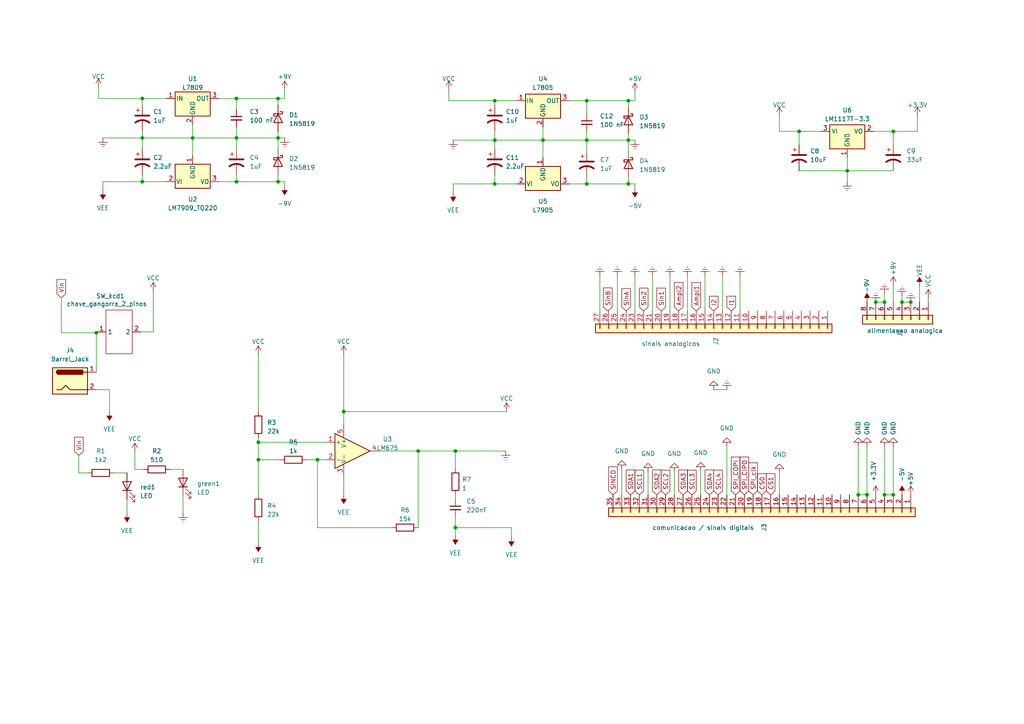
<source format=kicad_sch>
(kicad_sch (version 20230121) (generator eeschema)
  (paper "A4")
  (title_block (title "Fonte de tensao LM675") (date "2023-08-14") (rev "v05") (company "EITduino") (comment 1 "Autor: Gustavo Pinheiro") (comment 2 "Pinos AGND e DGND") (comment 3 "Barramento V04"))
  (lib_symbols
    (symbol "Amplifier_Operational:LM675" (pin_names (offset 0.127))
      (property "Reference" "U" (at 0 7.62 0))
      (property "Value" "LM675" (at 0 5.08 0))
      (symbol "LM675_1_1"
        (pin input line (at -7.62 2.54 0) (length 2.54) (name "+") (number "1"))
        (pin input line (at -7.62 -2.54 0) (length 2.54) (name "-") (number "2"))
        (pin power_in line (at -2.54 -7.62 90) (length 3.81) (name "V-") (number "3"))
        (pin output line (at 7.62 0 180) (length 2.54) (name "~") (number "4"))
        (pin power_in line (at -2.54 7.62 270) (length 3.81) (name "V+") (number "5"))
      )
    )
    (symbol "Connector:Barrel_Jack" (pin_names (offset 1.016))
      (property "Reference" "J" (at 0 5.334 0))
      (property "Value" "Barrel_Jack" (at 0 -5.08 0))
      (symbol "Barrel_Jack_1_1"
        (pin passive line (at 7.62 2.54 180) (length 2.54) (name "~") (number "1"))
        (pin passive line (at 7.62 -2.54 180) (length 2.54) (name "~") (number "2"))
      )
    )
    (symbol "Connector_Generic:Conn_01x08" (pin_names (offset 1.016) hide)
      (property "Reference" "J" (at 0 10.16 0))
      (property "Value" "Conn_01x08" (at 0 -12.7 0))
      (symbol "Conn_01x08_1_1"
        (pin passive line (at -5.08 7.62 0) (length 3.81) (name "Pin_1") (number "1"))
        (pin passive line (at -5.08 5.08 0) (length 3.81) (name "Pin_2") (number "2"))
        (pin passive line (at -5.08 2.54 0) (length 3.81) (name "Pin_3") (number "3"))
        (pin passive line (at -5.08 0 0) (length 3.81) (name "Pin_4") (number "4"))
        (pin passive line (at -5.08 -2.54 0) (length 3.81) (name "Pin_5") (number "5"))
        (pin passive line (at -5.08 -5.08 0) (length 3.81) (name "Pin_6") (number "6"))
        (pin passive line (at -5.08 -7.62 0) (length 3.81) (name "Pin_7") (number "7"))
        (pin passive line (at -5.08 -10.16 0) (length 3.81) (name "Pin_8") (number "8"))
      )
    )
    (symbol "Connector_Generic:Conn_01x27" (pin_names (offset 1.016) hide)
      (property "Reference" "J" (at 0 35.56 0))
      (property "Value" "Conn_01x27" (at 0 -35.56 0))
      (symbol "Conn_01x27_1_1"
        (pin passive line (at -5.08 33.02 0) (length 3.81) (name "Pin_1") (number "1"))
        (pin passive line (at -5.08 10.16 0) (length 3.81) (name "Pin_10") (number "10"))
        (pin passive line (at -5.08 7.62 0) (length 3.81) (name "Pin_11") (number "11"))
        (pin passive line (at -5.08 5.08 0) (length 3.81) (name "Pin_12") (number "12"))
        (pin passive line (at -5.08 2.54 0) (length 3.81) (name "Pin_13") (number "13"))
        (pin passive line (at -5.08 0 0) (length 3.81) (name "Pin_14") (number "14"))
        (pin passive line (at -5.08 -2.54 0) (length 3.81) (name "Pin_15") (number "15"))
        (pin passive line (at -5.08 -5.08 0) (length 3.81) (name "Pin_16") (number "16"))
        (pin passive line (at -5.08 -7.62 0) (length 3.81) (name "Pin_17") (number "17"))
        (pin passive line (at -5.08 -10.16 0) (length 3.81) (name "Pin_18") (number "18"))
        (pin passive line (at -5.08 -12.7 0) (length 3.81) (name "Pin_19") (number "19"))
        (pin passive line (at -5.08 30.48 0) (length 3.81) (name "Pin_2") (number "2"))
        (pin passive line (at -5.08 -15.24 0) (length 3.81) (name "Pin_20") (number "20"))
        (pin passive line (at -5.08 -17.78 0) (length 3.81) (name "Pin_21") (number "21"))
        (pin passive line (at -5.08 -20.32 0) (length 3.81) (name "Pin_22") (number "22"))
        (pin passive line (at -5.08 -22.86 0) (length 3.81) (name "Pin_23") (number "23"))
        (pin passive line (at -5.08 -25.4 0) (length 3.81) (name "Pin_24") (number "24"))
        (pin passive line (at -5.08 -27.94 0) (length 3.81) (name "Pin_25") (number "25"))
        (pin passive line (at -5.08 -30.48 0) (length 3.81) (name "Pin_26") (number "26"))
        (pin passive line (at -5.08 -33.02 0) (length 3.81) (name "Pin_27") (number "27"))
        (pin passive line (at -5.08 27.94 0) (length 3.81) (name "Pin_3") (number "3"))
        (pin passive line (at -5.08 25.4 0) (length 3.81) (name "Pin_4") (number "4"))
        (pin passive line (at -5.08 22.86 0) (length 3.81) (name "Pin_5") (number "5"))
        (pin passive line (at -5.08 20.32 0) (length 3.81) (name "Pin_6") (number "6"))
        (pin passive line (at -5.08 17.78 0) (length 3.81) (name "Pin_7") (number "7"))
        (pin passive line (at -5.08 15.24 0) (length 3.81) (name "Pin_8") (number "8"))
        (pin passive line (at -5.08 12.7 0) (length 3.81) (name "Pin_9") (number "9"))
      )
    )
    (symbol "Connector_Generic:Conn_01x35" (pin_names (offset 1.016) hide)
      (property "Reference" "J" (at 0 45.72 0))
      (property "Value" "Conn_01x35" (at 0 -45.72 0))
      (symbol "Conn_01x35_1_1"
        (pin passive line (at -5.08 43.18 0) (length 3.81) (name "Pin_1") (number "1"))
        (pin passive line (at -5.08 20.32 0) (length 3.81) (name "Pin_10") (number "10"))
        (pin passive line (at -5.08 17.78 0) (length 3.81) (name "Pin_11") (number "11"))
        (pin passive line (at -5.08 15.24 0) (length 3.81) (name "Pin_12") (number "12"))
        (pin passive line (at -5.08 12.7 0) (length 3.81) (name "Pin_13") (number "13"))
        (pin passive line (at -5.08 10.16 0) (length 3.81) (name "Pin_14") (number "14"))
        (pin passive line (at -5.08 7.62 0) (length 3.81) (name "Pin_15") (number "15"))
        (pin passive line (at -5.08 5.08 0) (length 3.81) (name "Pin_16") (number "16"))
        (pin passive line (at -5.08 2.54 0) (length 3.81) (name "Pin_17") (number "17"))
        (pin passive line (at -5.08 0 0) (length 3.81) (name "Pin_18") (number "18"))
        (pin passive line (at -5.08 -2.54 0) (length 3.81) (name "Pin_19") (number "19"))
        (pin passive line (at -5.08 40.64 0) (length 3.81) (name "Pin_2") (number "2"))
        (pin passive line (at -5.08 -5.08 0) (length 3.81) (name "Pin_20") (number "20"))
        (pin passive line (at -5.08 -7.62 0) (length 3.81) (name "Pin_21") (number "21"))
        (pin passive line (at -5.08 -10.16 0) (length 3.81) (name "Pin_22") (number "22"))
        (pin passive line (at -5.08 -12.7 0) (length 3.81) (name "Pin_23") (number "23"))
        (pin passive line (at -5.08 -15.24 0) (length 3.81) (name "Pin_24") (number "24"))
        (pin passive line (at -5.08 -17.78 0) (length 3.81) (name "Pin_25") (number "25"))
        (pin passive line (at -5.08 -20.32 0) (length 3.81) (name "Pin_26") (number "26"))
        (pin passive line (at -5.08 -22.86 0) (length 3.81) (name "Pin_27") (number "27"))
        (pin passive line (at -5.08 -25.4 0) (length 3.81) (name "Pin_28") (number "28"))
        (pin passive line (at -5.08 -27.94 0) (length 3.81) (name "Pin_29") (number "29"))
        (pin passive line (at -5.08 38.1 0) (length 3.81) (name "Pin_3") (number "3"))
        (pin passive line (at -5.08 -30.48 0) (length 3.81) (name "Pin_30") (number "30"))
        (pin passive line (at -5.08 -33.02 0) (length 3.81) (name "Pin_31") (number "31"))
        (pin passive line (at -5.08 -35.56 0) (length 3.81) (name "Pin_32") (number "32"))
        (pin passive line (at -5.08 -38.1 0) (length 3.81) (name "Pin_33") (number "33"))
        (pin passive line (at -5.08 -40.64 0) (length 3.81) (name "Pin_34") (number "34"))
        (pin passive line (at -5.08 -43.18 0) (length 3.81) (name "Pin_35") (number "35"))
        (pin passive line (at -5.08 35.56 0) (length 3.81) (name "Pin_4") (number "4"))
        (pin passive line (at -5.08 33.02 0) (length 3.81) (name "Pin_5") (number "5"))
        (pin passive line (at -5.08 30.48 0) (length 3.81) (name "Pin_6") (number "6"))
        (pin passive line (at -5.08 27.94 0) (length 3.81) (name "Pin_7") (number "7"))
        (pin passive line (at -5.08 25.4 0) (length 3.81) (name "Pin_8") (number "8"))
        (pin passive line (at -5.08 22.86 0) (length 3.81) (name "Pin_9") (number "9"))
      )
    )
    (symbol "Device:C_Polarized_US" (pin_numbers hide) (pin_names (offset 0.254) hide)
      (property "Reference" "C" (at 0.635 2.54 0))
      (property "Value" "C_Polarized_US" (at 0.635 -2.54 0))
      (symbol "C_Polarized_US_1_1"
        (pin passive line (at 0 3.81 270) (length 2.794) (name "~") (number "1"))
        (pin passive line (at 0 -3.81 90) (length 3.302) (name "~") (number "2"))
      )
    )
    (symbol "Device:C_Small" (pin_numbers hide) (pin_names (offset 0.254) hide)
      (property "Reference" "C" (at 0.254 1.778 0))
      (property "Value" "C_Small" (at 0.254 -2.032 0))
      (symbol "C_Small_1_1"
        (pin passive line (at 0 2.54 270) (length 2.032) (name "~") (number "1"))
        (pin passive line (at 0 -2.54 90) (length 2.032) (name "~") (number "2"))
      )
    )
    (symbol "Device:LED" (pin_numbers hide) (pin_names (offset 1.016) hide)
      (property "Reference" "D" (at 0 2.54 0))
      (property "Value" "LED" (at 0 -2.54 0))
      (symbol "LED_1_1"
        (pin passive line (at -3.81 0 0) (length 2.54) (name "K") (number "1"))
        (pin passive line (at 3.81 0 180) (length 2.54) (name "A") (number "2"))
      )
    )
    (symbol "Device:R" (pin_numbers hide) (pin_names (offset 0))
      (property "Reference" "R" (at 2.032 0 90))
      (property "Value" "R" (at 0 0 90))
      (symbol "R_1_1"
        (pin passive line (at 0 3.81 270) (length 1.27) (name "~") (number "1"))
        (pin passive line (at 0 -3.81 90) (length 1.27) (name "~") (number "2"))
      )
    )
    (symbol "Diode:1N5819" (pin_numbers hide) (pin_names (offset 1.016) hide)
      (property "Reference" "D" (at 0 2.54 0))
      (property "Value" "1N5819" (at 0 -2.54 0))
      (symbol "1N5819_1_1"
        (pin passive line (at -3.81 0 0) (length 2.54) (name "K") (number "1"))
        (pin passive line (at 3.81 0 180) (length 2.54) (name "A") (number "2"))
      )
    )
    (symbol "Regulator_Linear:L7805" (pin_names (offset 0.254))
      (property "Reference" "U" (at -3.81 3.175 0))
      (property "Value" "L7805" (at 0 3.175 0))
      (symbol "L7805_1_1"
        (pin power_in line (at -7.62 0 0) (length 2.54) (name "IN") (number "1"))
        (pin power_in line (at 0 -7.62 90) (length 2.54) (name "GND") (number "2"))
        (pin power_out line (at 7.62 0 180) (length 2.54) (name "OUT") (number "3"))
      )
    )
    (symbol "Regulator_Linear:L7809" (pin_names (offset 0.254))
      (property "Reference" "U" (at -3.81 3.175 0))
      (property "Value" "L7809" (at 0 3.175 0))
      (symbol "L7809_1_1"
        (pin power_in line (at -7.62 0 0) (length 2.54) (name "IN") (number "1"))
        (pin power_in line (at 0 -7.62 90) (length 2.54) (name "GND") (number "2"))
        (pin power_out line (at 7.62 0 180) (length 2.54) (name "OUT") (number "3"))
      )
    )
    (symbol "Regulator_Linear:L7905" (pin_names (offset 0.254))
      (property "Reference" "U" (at -3.81 -3.175 0))
      (property "Value" "L7905" (at 0 -3.175 0))
      (symbol "L7905_1_1"
        (pin power_in line (at 0 7.62 270) (length 2.54) (name "GND") (number "1"))
        (pin power_in line (at -7.62 0 0) (length 2.54) (name "VI") (number "2"))
        (pin power_out line (at 7.62 0 180) (length 2.54) (name "VO") (number "3"))
      )
    )
    (symbol "Regulator_Linear:LM1117T-3.3"
      (property "Reference" "U" (at -3.81 3.175 0))
      (property "Value" "LM1117T-3.3" (at 0 3.175 0))
      (symbol "LM1117T-3.3_1_1"
        (pin power_in line (at 0 -7.62 90) (length 2.54) (name "GND") (number "1"))
        (pin power_out line (at 7.62 0 180) (length 2.54) (name "VO") (number "2"))
        (pin power_in line (at -7.62 0 0) (length 2.54) (name "VI") (number "3"))
      )
    )
    (symbol "Regulator_Linear:LM7909_TO220" (pin_names (offset 0.254))
      (property "Reference" "U" (at -3.81 -3.175 0))
      (property "Value" "LM7909_TO220" (at 0 -3.175 0))
      (symbol "LM7909_TO220_1_1"
        (pin power_in line (at 0 7.62 270) (length 2.54) (name "GND") (number "1"))
        (pin power_in line (at -7.62 0 0) (length 2.54) (name "VI") (number "2"))
        (pin power_out line (at 7.62 0 180) (length 2.54) (name "VO") (number "3"))
      )
    )
    (symbol "VCC_1" (power) (pin_names (offset 0))
      (property "Value" "VCC_1" (at 0 3.81 0))
      (symbol "VCC_1_1_1"
        (pin power_in line (at 0 0 90) (length 0) hide (name "VCC") (number "1"))
      )
    )
    (symbol "chave_gangorra_kcd1_2pinos:chave_gangorra_2_pinos"
      (property "Reference" "SW_kcd" (at 0 2.54 0))
      (property "Value" "chave_gangorra_2_pinos" (at 0 1.27 0))
      (symbol "chave_gangorra_2_pinos_1_1"
        (pin input line (at 0 -3.81 90) (length 2.54) (name "1") (number "1"))
        (pin input line (at 0 8.89 270) (length 2.54) (name "2") (number "2"))
      )
    )
    (symbol "power:+3.3V" (power) (pin_names (offset 0))
      (property "Value" "+3.3V" (at 0 3.556 0))
      (symbol "+3.3V_1_1"
        (pin power_in line (at 0 0 90) (length 0) hide (name "+3.3V") (number "1"))
      )
    )
    (symbol "power:+5V" (power) (pin_names (offset 0))
      (property "Value" "+5V" (at 0 3.556 0))
      (symbol "+5V_1_1"
        (pin power_in line (at 0 0 90) (length 0) hide (name "+5V") (number "1"))
      )
    )
    (symbol "power:+9V" (power) (pin_names (offset 0))
      (property "Value" "+9V" (at 0 3.556 0))
      (symbol "+9V_1_1"
        (pin power_in line (at 0 0 90) (length 0) hide (name "+9V") (number "1"))
      )
    )
    (symbol "power:-5V" (power) (pin_names (offset 0))
      (property "Value" "-5V" (at 0 3.81 0))
      (symbol "-5V_0_0"
        (pin power_in line (at 0 0 90) (length 0) hide (name "-5V") (number "1"))
      )
    )
    (symbol "power:-9V" (power) (pin_names (offset 0))
      (property "Value" "-9V" (at 0 3.81 0))
      (symbol "-9V_1_1"
        (pin power_in line (at 0 0 90) (length 0) hide (name "-9V") (number "1"))
      )
    )
    (symbol "power:Earth" (power) (pin_names (offset 0))
      (symbol "Earth_1_1"
        (pin power_in line (at 0 0 270) (length 0) hide (name "Earth") (number "1"))
      )
    )
    (symbol "power:GND" (power) (pin_names (offset 0))
      (property "Value" "GND" (at 0 -3.81 0))
      (symbol "GND_1_1"
        (pin power_in line (at 0 0 270) (length 0) hide (name "GND") (number "1"))
      )
    )
    (symbol "power:VCC" (power) (pin_names (offset 0))
      (property "Value" "VCC" (at 0 3.81 0))
      (symbol "VCC_1_1"
        (pin power_in line (at 0 0 90) (length 0) hide (name "VCC") (number "1"))
      )
    )
    (symbol "power:VEE" (power) (pin_names (offset 0))
      (property "Value" "VEE" (at 0 3.81 0))
      (symbol "VEE_1_1"
        (pin power_in line (at 0 0 90) (length 0) hide (name "VEE") (number "1"))
      )
    )
  )
  (junction (at 182.245 40.64))
  (junction (at 55.88 40.005))
  (junction (at 157.48 40.64))
  (junction (at 256.54 87.63))
  (junction (at 254 87.63))
  (junction (at 182.245 53.34))
  (junction (at 68.58 40.005))
  (junction (at 170.18 53.34))
  (junction (at 92.075 133.35))
  (junction (at 80.645 52.705))
  (junction (at 245.745 49.53))
  (junction (at 231.775 38.1))
  (junction (at 68.58 52.705))
  (junction (at 264.16 87.63))
  (junction (at 132.08 153.035))
  (junction (at 41.275 28.575))
  (junction (at 27.94 96.52))
  (junction (at 248.92 143.51))
  (junction (at 80.645 40.005))
  (junction (at 132.08 130.81))
  (junction (at 170.18 40.64))
  (junction (at 143.51 29.21))
  (junction (at 256.54 143.51))
  (junction (at 259.08 143.51))
  (junction (at 80.645 28.575))
  (junction (at 170.18 29.21))
  (junction (at 143.51 53.34))
  (junction (at 74.93 133.35))
  (junction (at 143.51 40.64))
  (junction (at 259.08 38.1))
  (junction (at 74.93 128.27))
  (junction (at 41.275 40.005))
  (junction (at 121.285 130.81))
  (junction (at 251.46 143.51))
  (junction (at 41.275 52.705))
  (junction (at 182.245 29.21))
  (junction (at 261.62 87.63))
  (junction (at 68.58 28.575))
  (junction (at 99.695 119.38))
  (wire (pts (xy 55.88 40.005) (xy 68.58 40.005)))
  (wire (pts (xy 254 87.63) (xy 256.54 87.63)))
  (wire (pts (xy 173.99 80.01) (xy 173.99 90.17)))
  (wire (pts (xy 253.365 38.1) (xy 259.08 38.1)))
  (wire (pts (xy 68.58 28.575) (xy 68.58 31.75)))
  (wire (pts (xy 27.94 96.52) (xy 27.94 96.266)))
  (wire (pts (xy 143.51 29.21) (xy 149.86 29.21)))
  (wire (pts (xy 27.94 113.03) (xy 31.75 113.03)))
  (wire (pts (xy 74.93 128.27) (xy 74.93 133.35)))
  (wire (pts (xy 207.01 113.03) (xy 210.82 113.03)))
  (wire (pts (xy 131.445 40.64) (xy 143.51 40.64)))
  (wire (pts (xy 41.275 40.005) (xy 41.275 43.18)))
  (wire (pts (xy 29.845 40.005) (xy 41.275 40.005)))
  (wire (pts (xy 82.55 52.705) (xy 82.55 53.975)))
  (wire (pts (xy 182.245 51.435) (xy 182.245 53.34)))
  (wire (pts (xy 259.08 82.804) (xy 259.08 87.63)))
  (wire (pts (xy 99.695 119.38) (xy 99.695 123.19)))
  (wire (pts (xy 184.15 80.01) (xy 184.15 90.17)))
  (wire (pts (xy 170.18 29.21) (xy 182.245 29.21)))
  (wire (pts (xy 248.92 129.54) (xy 248.92 143.51)))
  (wire (pts (xy 99.695 119.38) (xy 146.939 119.38)))
  (wire (pts (xy 157.48 36.83) (xy 157.48 40.64)))
  (wire (pts (xy 182.245 53.34) (xy 184.15 53.34)))
  (wire (pts (xy 130.175 29.21) (xy 143.51 29.21)))
  (wire (pts (xy 157.48 40.64) (xy 157.48 45.72)))
  (wire (pts (xy 187.96 136.906) (xy 187.96 143.51)))
  (wire (pts (xy 157.48 40.64) (xy 170.18 40.64)))
  (wire (pts (xy 165.1 53.34) (xy 170.18 53.34)))
  (wire (pts (xy 63.5 52.705) (xy 68.58 52.705)))
  (wire (pts (xy 29.845 55.245) (xy 29.845 52.705)))
  (wire (pts (xy 55.88 40.005) (xy 55.88 45.085)))
  (wire (pts (xy 80.645 52.705) (xy 82.55 52.705)))
  (wire (pts (xy 251.46 129.54) (xy 251.46 143.51)))
  (wire (pts (xy 261.6183 86.95) (xy 261.62 86.95)))
  (wire (pts (xy 143.51 53.34) (xy 149.86 53.34)))
  (wire (pts (xy 179.07 80.01) (xy 179.07 90.17)))
  (wire (pts (xy 209.55 80.01) (xy 209.55 90.17)))
  (wire (pts (xy 170.18 38.1) (xy 170.18 40.64)))
  (wire (pts (xy 92.075 153.035) (xy 92.075 133.35)))
  (wire (pts (xy 22.86 132.08) (xy 22.86 137.16)))
  (wire (pts (xy 80.645 38.1) (xy 80.645 40.005)))
  (wire (pts (xy 170.18 53.34) (xy 170.18 51.435)))
  (wire (pts (xy 44.45 84.455) (xy 44.45 96.266)))
  (wire (pts (xy 261.6183 85.7386) (xy 261.6183 86.95)))
  (wire (pts (xy 80.645 40.005) (xy 80.645 43.18)))
  (wire (pts (xy 17.78 86.36) (xy 17.78 96.52)))
  (wire (pts (xy 259.08 38.1) (xy 259.08 41.91)))
  (wire (pts (xy 148.336 155.829) (xy 148.336 153.035)))
  (wire (pts (xy 41.275 38.1) (xy 41.275 40.005)))
  (wire (pts (xy 27.94 96.266) (xy 28.194 96.266)))
  (wire (pts (xy 132.08 149.86) (xy 132.08 153.035)))
  (wire (pts (xy 256.54 85.09) (xy 256.54 87.63)))
  (wire (pts (xy 27.94 96.52) (xy 27.94 107.95)))
  (wire (pts (xy 28.575 28.575) (xy 41.275 28.575)))
  (wire (pts (xy 55.88 36.195) (xy 55.88 40.005)))
  (wire (pts (xy 82.55 26.035) (xy 82.55 28.575)))
  (wire (pts (xy 170.18 40.64) (xy 170.18 43.815)))
  (wire (pts (xy 68.58 40.005) (xy 80.645 40.005)))
  (wire (pts (xy 74.93 128.27) (xy 94.615 128.27)))
  (wire (pts (xy 226.06 137.16) (xy 226.06 143.51)))
  (wire (pts (xy 121.285 130.81) (xy 132.08 130.81)))
  (wire (pts (xy 132.08 153.035) (xy 132.08 155.321)))
  (wire (pts (xy 214.63 80.01) (xy 214.63 90.17)))
  (wire (pts (xy 182.245 40.64) (xy 182.245 43.815)))
  (wire (pts (xy 266.7002 82.9469) (xy 266.7002 87.63)))
  (wire (pts (xy 39.116 131.064) (xy 39.116 136.144)))
  (wire (pts (xy 53.086 143.764) (xy 53.086 148.844)))
  (wire (pts (xy 132.08 130.81) (xy 146.685 130.81)))
  (wire (pts (xy 99.695 102.87) (xy 99.695 119.38)))
  (wire (pts (xy 266.7002 87.63) (xy 266.7 87.63)))
  (wire (pts (xy 256.54 143.51) (xy 259.08 143.51)))
  (wire (pts (xy 261.62 86.95) (xy 261.62 87.63)))
  (wire (pts (xy 80.645 28.575) (xy 82.55 28.575)))
  (wire (pts (xy 74.93 133.35) (xy 81.28 133.35)))
  (wire (pts (xy 194.31 80.01) (xy 194.31 90.17)))
  (wire (pts (xy 182.245 29.21) (xy 184.15 29.21)))
  (wire (pts (xy 132.08 143.51) (xy 132.08 144.78)))
  (wire (pts (xy 80.645 28.575) (xy 80.645 30.48)))
  (wire (pts (xy 68.58 52.705) (xy 68.58 50.8)))
  (wire (pts (xy 131.445 55.88) (xy 131.445 53.34)))
  (wire (pts (xy 74.93 151.13) (xy 74.93 157.48)))
  (wire (pts (xy 41.275 28.575) (xy 48.26 28.575)))
  (wire (pts (xy 231.775 41.91) (xy 231.775 38.1)))
  (wire (pts (xy 132.08 130.81) (xy 132.08 135.89)))
  (wire (pts (xy 184.15 26.67) (xy 184.15 29.21)))
  (wire (pts (xy 39.116 136.144) (xy 41.656 136.144)))
  (wire (pts (xy 170.18 40.64) (xy 182.245 40.64)))
  (wire (pts (xy 256.54 129.54) (xy 256.54 143.51)))
  (wire (pts (xy 195.58 136.906) (xy 195.58 143.51)))
  (wire (pts (xy 68.58 40.005) (xy 68.58 43.18)))
  (wire (pts (xy 226.06 38.1) (xy 231.775 38.1)))
  (wire (pts (xy 148.336 153.035) (xy 132.08 153.035)))
  (wire (pts (xy 36.83 144.78) (xy 36.83 148.844)))
  (wire (pts (xy 226.06 33.655) (xy 226.06 38.1)))
  (wire (pts (xy 29.845 52.705) (xy 41.275 52.705)))
  (wire (pts (xy 269.2412 86.523) (xy 269.2412 87.63)))
  (wire (pts (xy 68.58 28.575) (xy 80.645 28.575)))
  (wire (pts (xy 80.645 50.8) (xy 80.645 52.705)))
  (wire (pts (xy 259.08 129.54) (xy 259.08 143.51)))
  (wire (pts (xy 109.855 130.81) (xy 121.285 130.81)))
  (wire (pts (xy 269.24 87.63) (xy 269.2412 87.63)))
  (wire (pts (xy 143.51 40.64) (xy 143.51 43.18)))
  (wire (pts (xy 113.665 153.035) (xy 92.075 153.035)))
  (wire (pts (xy 68.58 52.705) (xy 80.645 52.705)))
  (wire (pts (xy 99.695 143.51) (xy 99.695 138.43)))
  (wire (pts (xy 245.745 45.72) (xy 245.745 49.53)))
  (wire (pts (xy 248.92 143.51) (xy 251.46 143.51)))
  (wire (pts (xy 176.53 90.17) (xy 176.276 90.17)))
  (wire (pts (xy 245.745 49.53) (xy 259.08 49.53)))
  (wire (pts (xy 40.894 96.266) (xy 44.45 96.266)))
  (wire (pts (xy 170.18 53.34) (xy 182.245 53.34)))
  (wire (pts (xy 80.645 40.005) (xy 82.55 40.005)))
  (wire (pts (xy 143.51 40.64) (xy 157.48 40.64)))
  (wire (pts (xy 74.93 133.35) (xy 74.93 143.51)))
  (wire (pts (xy 182.245 38.735) (xy 182.245 40.64)))
  (wire (pts (xy 182.245 29.21) (xy 182.245 31.115)))
  (wire (pts (xy 266.065 33.655) (xy 266.065 38.1)))
  (wire (pts (xy 92.075 133.35) (xy 94.615 133.35)))
  (wire (pts (xy 165.1 29.21) (xy 170.18 29.21)))
  (wire (pts (xy 182.245 40.64) (xy 184.15 40.64)))
  (wire (pts (xy 41.275 40.005) (xy 55.88 40.005)))
  (wire (pts (xy 143.51 38.1) (xy 143.51 40.64)))
  (wire (pts (xy 68.58 36.83) (xy 68.58 40.005)))
  (wire (pts (xy 231.775 38.1) (xy 238.125 38.1)))
  (wire (pts (xy 121.285 130.81) (xy 121.285 153.035)))
  (wire (pts (xy 41.275 30.48) (xy 41.275 28.575)))
  (wire (pts (xy 143.51 29.21) (xy 143.51 30.48)))
  (wire (pts (xy 266.065 38.1) (xy 259.08 38.1)))
  (wire (pts (xy 88.9 133.35) (xy 92.075 133.35)))
  (wire (pts (xy 184.15 53.34) (xy 184.15 54.61)))
  (wire (pts (xy 31.75 113.03) (xy 31.75 119.38)))
  (wire (pts (xy 63.5 28.575) (xy 68.58 28.575)))
  (wire (pts (xy 41.275 50.8) (xy 41.275 52.705)))
  (wire (pts (xy 41.275 52.705) (xy 48.26 52.705)))
  (wire (pts (xy 33.02 137.16) (xy 36.83 137.16)))
  (wire (pts (xy 131.445 53.34) (xy 143.51 53.34)))
  (wire (pts (xy 143.51 50.8) (xy 143.51 53.34)))
  (wire (pts (xy 245.745 49.53) (xy 245.745 52.705)))
  (wire (pts (xy 261.62 87.63) (xy 264.16 87.63)))
  (wire (pts (xy 180.34 136.144) (xy 180.34 143.51)))
  (wire (pts (xy 170.18 29.21) (xy 170.18 33.02)))
  (wire (pts (xy 231.775 49.53) (xy 245.745 49.53)))
  (wire (pts (xy 74.93 102.87) (xy 74.93 119.38)))
  (wire (pts (xy 28.575 25.4) (xy 28.575 28.575)))
  (wire (pts (xy 199.39 80.01) (xy 199.39 90.17)))
  (wire (pts (xy 203.2 136.652) (xy 203.2 143.51)))
  (wire (pts (xy 130.175 26.035) (xy 130.175 29.21)))
  (wire (pts (xy 189.23 80.01) (xy 189.23 90.17)))
  (wire (pts (xy 17.78 96.52) (xy 27.94 96.52)))
  (wire (pts (xy 49.276 136.144) (xy 53.086 136.144)))
  (wire (pts (xy 22.86 137.16) (xy 25.4 137.16)))
  (wire (pts (xy 210.82 129.54) (xy 210.82 143.51)))
  (wire (pts (xy 204.47 80.01) (xy 204.47 90.17)))
  (wire (pts (xy 74.93 127) (xy 74.93 128.27)))
  (global_label "Vin" (shape input) (at 17.78 86.36 90) (property "Intersheetrefs" "${INTERSHEET_REFS}" (effects hide)))
  (global_label "SPI_clk" (shape input) (at 218.44 143.51 90) (property "Intersheetrefs" "${INTERSHEET_REFS}" (effects hide)))
  (global_label "I1" (shape input) (at 212.09 90.17 90) (property "Intersheetrefs" "${INTERSHEET_REFS}" (effects hide)))
  (global_label "Vin" (shape input) (at 22.86 132.08 90) (property "Intersheetrefs" "${INTERSHEET_REFS}" (effects hide)))
  (global_label "SDA3" (shape input) (at 198.12 143.51 90) (property "Intersheetrefs" "${INTERSHEET_REFS}" (effects hide)))
  (global_label "CS1" (shape input) (at 223.52 143.51 90) (property "Intersheetrefs" "${INTERSHEET_REFS}" (effects hide)))
  (global_label "SDA2" (shape input) (at 190.5 143.51 90) (property "Intersheetrefs" "${INTERSHEET_REFS}" (effects hide)))
  (global_label "Ampl1" (shape input) (at 201.93 90.17 90) (property "Intersheetrefs" "${INTERSHEET_REFS}" (effects hide)))
  (global_label "SDA1" (shape input) (at 182.88 143.51 90) (property "Intersheetrefs" "${INTERSHEET_REFS}" (effects hide)))
  (global_label "Ampl2" (shape input) (at 196.85 90.17 90) (property "Intersheetrefs" "${INTERSHEET_REFS}" (effects hide)))
  (global_label "SCL2" (shape input) (at 193.04 143.51 90) (property "Intersheetrefs" "${INTERSHEET_REFS}" (effects hide)))
  (global_label "SCL3" (shape input) (at 200.66 143.51 90) (property "Intersheetrefs" "${INTERSHEET_REFS}" (effects hide)))
  (global_label "Sin2" (shape input) (at 186.69 90.17 90) (property "Intersheetrefs" "${INTERSHEET_REFS}" (effects hide)))
  (global_label "SCL4" (shape input) (at 208.28 143.51 90) (property "Intersheetrefs" "${INTERSHEET_REFS}" (effects hide)))
  (global_label "SPI_CIPO" (shape input) (at 215.9 143.51 90) (property "Intersheetrefs" "${INTERSHEET_REFS}" (effects hide)))
  (global_label "SinA" (shape input) (at 181.61 90.17 90) (property "Intersheetrefs" "${INTERSHEET_REFS}" (effects hide)))
  (global_label "SINCD" (shape input) (at 177.8 143.51 90) (property "Intersheetrefs" "${INTERSHEET_REFS}" (effects hide)))
  (global_label "I2" (shape input) (at 207.01 90.17 90) (property "Intersheetrefs" "${INTERSHEET_REFS}" (effects hide)))
  (global_label "CS0" (shape input) (at 220.98 143.51 90) (property "Intersheetrefs" "${INTERSHEET_REFS}" (effects hide)))
  (global_label "SinB" (shape input) (at 176.276 90.17 90) (property "Intersheetrefs" "${INTERSHEET_REFS}" (effects hide)))
  (global_label "Sin1" (shape input) (at 191.77 90.17 90) (property "Intersheetrefs" "${INTERSHEET_REFS}" (effects hide)))
  (global_label "SCL1" (shape input) (at 185.42 143.51 90) (property "Intersheetrefs" "${INTERSHEET_REFS}" (effects hide)))
  (global_label "SPI_COPI" (shape input) (at 213.36 143.51 90) (property "Intersheetrefs" "${INTERSHEET_REFS}" (effects hide)))
  (global_label "SDA4" (shape input) (at 205.74 143.51 90) (property "Intersheetrefs" "${INTERSHEET_REFS}" (effects hide)))
  (symbol (lib_id "Device:R") (at 85.09 133.35 90) (unit 1)
    (property "Reference" "R5" (at 85.09 128.27 90))
    (property "Value" "1k" (at 85.09 130.81 90))
    (property "Footprint" "Resistor_THT:R_Axial_DIN0207_L6.3mm_D2.5mm_P7.62mm_Horizontal" (effects hide))
  )
  (symbol (lib_id "power:-5V") (at 184.15 54.61 180) (unit 1)
    (property "Reference" "#PWR048" (effects hide))
    (property "Value" "-5V" (at 184.15 59.69 0))
  )
  (symbol (lib_id "Device:C_Polarized_US") (at 41.275 46.99 0) (unit 1)
    (property "Reference" "C2" (at 44.45 45.72 0) (effects (justify left)))
    (property "Value" "2.2uF" (at 44.45 48.26 0) (effects (justify left)))
    (property "Footprint" "Capacitor_THT:CP_Radial_Tantal_D4.5mm_P2.50mm" (effects hide))
  )
  (symbol (lib_id "power:VEE") (at 99.695 143.51 180) (unit 1)
    (property "Reference" "#PWR038" (effects hide))
    (property "Value" "VEE" (at 99.695 148.59 0))
  )
  (symbol (lib_id "Device:C_Polarized_US") (at 143.51 46.99 0) (unit 1)
    (property "Reference" "C11" (at 146.685 45.72 0) (effects (justify left)))
    (property "Value" "2.2uF" (at 146.685 48.26 0) (effects (justify left)))
    (property "Footprint" "Capacitor_THT:CP_Radial_Tantal_D4.5mm_P2.50mm" (effects hide))
  )
  (symbol (lib_id "power:VCC") (at 146.939 119.38 0) (unit 1)
    (property "Reference" "#PWR045" (effects hide))
    (property "Value" "VCC" (at 146.939 115.57 0))
  )
  (symbol (lib_id "power:VEE") (at 29.845 55.245 180) (unit 1)
    (property "Reference" "#PWR020" (effects hide))
    (property "Value" "VEE" (at 29.845 60.325 0))
  )
  (symbol (lib_id "Device:R") (at 132.08 139.7 0) (unit 1)
    (property "Reference" "R7" (at 133.985 139.065 0) (effects (justify left)))
    (property "Value" "1" (at 133.985 141.605 0) (effects (justify left)))
    (property "Footprint" "Resistor_THT:R_Axial_DIN0207_L6.3mm_D2.5mm_P7.62mm_Horizontal" (effects hide))
  )
  (symbol (lib_id "power:GND") (at 259.08 129.54 180) (unit 1)
    (property "Reference" "#PWR015" (effects hide))
    (property "Value" "GND" (at 259.08 124.206 90))
  )
  (symbol (lib_id "Device:C_Small") (at 68.58 34.29 0) (unit 1)
    (property "Reference" "C3" (at 72.39 32.385 0) (effects (justify left)))
    (property "Value" "100 nF" (at 72.39 34.925 0) (effects (justify left)))
    (property "Footprint" "Capacitor_THT:C_Disc_D3.0mm_W1.6mm_P2.50mm" (effects hide))
  )
  (symbol (lib_id "Amplifier_Operational:LM675") (at 102.235 130.81 0) (unit 1)
    (property "Reference" "U3" (at 112.395 127.3811 0))
    (property "Value" "LM675" (at 112.395 129.9211 0))
    (property "Footprint" "Package_TO_SOT_THT:TO-220-5_P3.4x3.7mm_StaggerOdd_Lead3.8mm_Vertical" (effects hide))
    (property "Datasheet" "http://www.ti.com/lit/ds/symlink/lm675.pdf" (effects hide))
  )
  (symbol (lib_id "Device:R") (at 74.93 123.19 0) (unit 1)
    (property "Reference" "R3" (at 77.47 122.555 0) (effects (justify left)))
    (property "Value" "22k" (at 77.47 125.095 0) (effects (justify left)))
    (property "Footprint" "Resistor_THT:R_Axial_DIN0207_L6.3mm_D2.5mm_P7.62mm_Horizontal" (effects hide))
  )
  (symbol (lib_id "power:Earth") (at 194.31 80.01 180) (unit 1)
    (property "Reference" "#PWR07" (effects hide))
    (property "Value" "Earth" (effects hide))
  )
  (symbol (lib_id "Device:R") (at 45.466 136.144 90) (unit 1)
    (property "Reference" "R2" (at 45.466 130.81 90))
    (property "Value" "510" (at 45.466 133.35 90))
    (property "Footprint" "Resistor_THT:R_Axial_DIN0207_L6.3mm_D2.5mm_P7.62mm_Horizontal" (effects hide))
  )
  (symbol (lib_id "power:Earth") (at 209.55 80.01 180) (unit 1)
    (property "Reference" "#PWR027" (effects hide))
    (property "Value" "Earth" (effects hide))
  )
  (symbol (lib_id "power:+3.3V") (at 254 143.51 0) (unit 1)
    (property "Reference" "#PWR0130" (effects hide))
    (property "Value" "+3.3V" (at 253.365 139.7 90) (effects (justify left)))
  )
  (symbol (lib_id "Device:C_Polarized_US") (at 143.51 34.29 0) (unit 1)
    (property "Reference" "C10" (at 146.685 32.385 0) (effects (justify left)))
    (property "Value" "1uF" (at 146.685 34.925 0) (effects (justify left)))
    (property "Footprint" "Capacitor_THT:CP_Radial_Tantal_D4.5mm_P2.50mm" (effects hide))
  )
  (symbol (lib_id "Regulator_Linear:LM7909_TO220") (at 55.88 52.705 0) (unit 1)
    (property "Reference" "U2" (at 55.88 57.785 0))
    (property "Value" "LM7909_TO220" (at 55.88 60.325 0))
    (property "Footprint" "Package_TO_SOT_THT:TO-220-3_Vertical" (effects hide))
    (property "Datasheet" "https://www.onsemi.com/pub/Collateral/MC7900-D.PDF" (effects hide))
  )
  (symbol (lib_id "power:VEE") (at 36.83 148.844 180) (unit 1)
    (property "Reference" "#PWR022" (effects hide))
    (property "Value" "VEE" (at 36.83 153.924 0))
  )
  (symbol (lib_id "Diode:1N5819") (at 182.245 34.925 270) (unit 1)
    (property "Reference" "D3" (at 185.42 33.9725 90) (effects (justify left)))
    (property "Value" "1N5819" (at 185.42 36.5125 90) (effects (justify left)))
    (property "Footprint" "Diode_THT:D_DO-41_SOD81_P10.16mm_Horizontal" (effects hide))
    (property "Datasheet" "http://www.vishay.com/docs/88525/1n5817.pdf" (effects hide))
  )
  (symbol (lib_id "power:VEE") (at 132.08 155.321 180) (unit 1)
    (property "Reference" "#PWR039" (effects hide))
    (property "Value" "VEE" (at 132.08 160.401 0))
  )
  (symbol (lib_id "power:Earth") (at 146.685 130.81 0) (unit 1)
    (property "Reference" "#PWR044" (effects hide))
    (property "Value" "Earth" (effects hide))
  )
  (symbol (lib_id "Device:C_Polarized_US") (at 41.275 34.29 0) (unit 1)
    (property "Reference" "C1" (at 44.45 32.385 0) (effects (justify left)))
    (property "Value" "1uF" (at 44.45 34.925 0) (effects (justify left)))
    (property "Footprint" "Capacitor_THT:CP_Radial_Tantal_D4.5mm_P2.50mm" (effects hide))
  )
  (symbol (lib_id "power:GND") (at 203.2 136.652 180) (unit 1)
    (property "Reference" "#PWR012" (effects hide))
    (property "Value" "GND" (at 203.2 131.318 0))
  )
  (symbol (lib_id "Regulator_Linear:L7805") (at 157.48 29.21 0) (unit 1)
    (property "Reference" "U4" (at 157.48 22.86 0))
    (property "Value" "L7805" (at 157.48 25.4 0))
    (property "Footprint" "Package_TO_SOT_THT:TO-220-3_Vertical" (effects hide))
    (property "Datasheet" "http://www.st.com/content/ccc/resource/technical/document/datasheet/41/4f/b3/b0/12/d4/47/88/CD00000444.pdf/files/CD00000444.pdf/jcr:content/translations/en.CD00000444.pdf" (effects hide))
  )
  (symbol (lib_id "Connector_Generic:Conn_01x27") (at 207.01 95.25 270) (unit 1)
    (property "Reference" "J2" (at 207.645 97.79 0) (effects (justify left)))
    (property "Value" "sinais analogicos" (at 186.055 99.695 90) (effects (justify left)))
    (property "Footprint" "Connector_PinHeader_2.54mm:PinHeader_1x27_P2.54mm_Vertical" (effects hide))
  )
  (symbol (lib_id "power:Earth") (at 245.745 52.705 0) (unit 1)
    (property "Reference" "#PWR050" (effects hide))
    (property "Value" "Earth" (effects hide))
  )
  (symbol (lib_id "power:VEE") (at 266.7002 82.9469 0) (unit 1)
    (property "Reference" "#PWR0123" (effects hide))
    (property "Value" "VEE" (at 266.6964 78.3365 90))
  )
  (symbol (lib_id "Connector_Generic:Conn_01x08") (at 261.62 92.71 270) (unit 1)
    (property "Reference" "J1" (at 260.985 95.25 0) (effects (justify left)))
    (property "Value" "alimentacao analogica" (at 251.46 95.885 90) (effects (justify left)))
    (property "Footprint" "Connector_PinHeader_2.54mm:PinHeader_1x08_P2.54mm_Vertical" (effects hide))
  )
  (symbol (lib_id "power:VEE") (at 131.445 55.88 180) (unit 1)
    (property "Reference" "#PWR042" (effects hide))
    (property "Value" "VEE" (at 131.445 60.96 0))
  )
  (symbol (lib_id "power:+3.3V") (at 266.065 33.655 0) (unit 1)
    (property "Reference" "#PWR051" (effects hide))
    (property "Value" "+3.3V" (at 266.065 30.48 0))
  )
  (symbol (lib_id "power:Earth") (at 179.07 80.01 180) (unit 1)
    (property "Reference" "#PWR06" (effects hide))
    (property "Value" "Earth" (effects hide))
  )
  (symbol (lib_id "power:VCC") (at 99.695 102.87 0) (unit 1)
    (property "Reference" "#PWR037" (effects hide))
    (property "Value" "VCC" (at 99.695 99.06 0))
  )
  (symbol (lib_id "power:VCC") (at 74.93 102.87 0) (unit 1)
    (property "Reference" "#PWR032" (effects hide))
    (property "Value" "VCC" (at 74.93 99.06 0))
  )
  (symbol (lib_id "power:Earth") (at 199.39 80.01 180) (unit 1)
    (property "Reference" "#PWR02" (effects hide))
    (property "Value" "Earth" (effects hide))
  )
  (symbol (lib_id "chave_gangorra_kcd1_2pinos:chave_gangorra_2_pinos") (at 32.004 96.266 270) (unit 1)
    (property "Reference" "SW_kcd1" (at 32.004 85.852 90))
    (property "Value" "chave_gangorra_2_pinos" (at 30.988 88.138 90))
    (property "Footprint" "Chave_Gangorra:chave gangorra 2 pinos" (effects hide))
  )
  (symbol (lib_id "power:-9V") (at 82.55 53.975 180) (unit 1)
    (property "Reference" "#PWR036" (effects hide))
    (property "Value" "-9V" (at 82.55 59.055 0))
  )
  (symbol (lib_id "power:VEE") (at 31.75 119.38 180) (unit 1)
    (property "Reference" "#PWR021" (effects hide))
    (property "Value" "VEE" (at 31.75 124.46 0))
  )
  (symbol (lib_id "Regulator_Linear:LM1117T-3.3") (at 245.745 38.1 0) (unit 1)
    (property "Reference" "U6" (at 245.745 31.9533 0))
    (property "Value" "LM1117T-3.3" (at 245.745 34.4933 0))
    (property "Footprint" "Package_TO_SOT_THT:TO-220-3_Vertical" (effects hide))
    (property "Datasheet" "http://www.ti.com/lit/ds/symlink/lm1117.pdf" (effects hide))
  )
  (symbol (lib_id "power:GND") (at 207.01 113.03 180) (unit 1)
    (property "Reference" "#PWR017" (effects hide))
    (property "Value" "GND" (at 207.01 107.696 0))
  )
  (symbol (lib_id "Device:C_Polarized_US") (at 259.08 45.72 0) (unit 1)
    (property "Reference" "C9" (at 262.89 43.815 0) (effects (justify left)))
    (property "Value" "33uF" (at 262.89 46.355 0) (effects (justify left)))
    (property "Footprint" "Capacitor_THT:CP_Radial_Tantal_D4.5mm_P2.50mm" (effects hide))
  )
  (symbol (lib_id "power:GND") (at 195.58 136.906 180) (unit 1)
    (property "Reference" "#PWR011" (effects hide))
    (property "Value" "GND" (at 195.58 131.572 0))
  )
  (symbol (lib_id "power:Earth") (at 173.99 80.01 180) (unit 1)
    (property "Reference" "#PWR026" (effects hide))
    (property "Value" "Earth" (effects hide))
  )
  (symbol (lib_id "power:GND") (at 187.96 136.906 180) (unit 1)
    (property "Reference" "#PWR010" (effects hide))
    (property "Value" "GND" (at 187.96 131.572 0))
  )
  (symbol (lib_id "power:VCC") (at 130.175 26.035 0) (unit 1)
    (property "Reference" "#PWR040" (effects hide))
    (property "Value" "VCC" (at 130.175 22.86 0))
  )
  (symbol (lib_id "power:-5V") (at 261.62 143.51 0) (unit 1)
    (property "Reference" "#PWR0128" (effects hide))
    (property "Value" "-5V" (at 261.62 139.7 90) (effects (justify left)))
  )
  (symbol (lib_id "power:GND") (at 210.82 129.54 180) (unit 1)
    (property "Reference" "#PWR014" (effects hide))
    (property "Value" "GND" (at 210.82 124.206 0))
  )
  (symbol (lib_id "power:VCC") (at 44.45 84.455 0) (unit 1)
    (property "Reference" "#PWR030" (effects hide))
    (property "Value" "VCC" (at 44.45 80.645 0))
  )
  (symbol (lib_id "Device:R") (at 117.475 153.035 90) (unit 1)
    (property "Reference" "R6" (at 117.475 147.955 90))
    (property "Value" "15k" (at 117.475 150.495 90))
    (property "Footprint" "Resistor_THT:R_Axial_DIN0207_L6.3mm_D2.5mm_P7.62mm_Horizontal" (effects hide))
  )
  (symbol (lib_id "power:-9V") (at 251.46 87.63 0) (unit 1)
    (property "Reference" "#PWR0127" (effects hide))
    (property "Value" "-9V" (at 251.4262 84.8847 90) (effects (justify left)))
  )
  (symbol (lib_id "power:VEE") (at 148.336 155.829 180) (unit 1)
    (property "Reference" "#PWR043" (effects hide))
    (property "Value" "VEE" (at 148.336 160.909 0))
  )
  (symbol (lib_id "power:Earth") (at 264.16 87.63 180) (unit 1)
    (property "Reference" "#PWR0125" (effects hide))
    (property "Value" "Earth" (effects hide))
  )
  (symbol (lib_id "power:Earth") (at 254 87.63 180) (unit 1)
    (property "Reference" "#PWR023" (effects hide))
    (property "Value" "Earth" (effects hide))
  )
  (symbol (lib_id "power:Earth") (at 131.445 40.64 0) (unit 1)
    (property "Reference" "#PWR041" (effects hide))
    (property "Value" "Earth" (effects hide))
  )
  (symbol (lib_id "power:+5V") (at 264.16 143.51 0) (unit 1)
    (property "Reference" "#PWR0129" (effects hide))
    (property "Value" "+5V" (at 264.1059 140.9615 90) (effects (justify left)))
  )
  (symbol (lib_id "power:Earth") (at 184.15 80.01 180) (unit 1)
    (property "Reference" "#PWR04" (effects hide))
    (property "Value" "Earth" (effects hide))
  )
  (symbol (lib_id "Connector_Generic:Conn_01x35") (at 220.98 148.59 270) (unit 1)
    (property "Reference" "J3" (at 221.615 151.765 0) (effects (justify left)))
    (property "Value" "comunicacao / sinais digitais" (at 189.23 153.035 90) (effects (justify left)))
    (property "Footprint" "Connector_PinHeader_2.54mm:PinHeader_1x35_P2.54mm_Vertical" (effects hide))
  )
  (symbol (lib_id "Device:C_Polarized_US") (at 231.775 45.72 0) (unit 1)
    (property "Reference" "C8" (at 234.95 43.815 0) (effects (justify left)))
    (property "Value" "10uF" (at 234.95 46.355 0) (effects (justify left)))
    (property "Footprint" "Capacitor_THT:CP_Radial_Tantal_D4.5mm_P2.50mm" (effects hide))
  )
  (symbol (lib_id "power:Earth") (at 256.54 85.09 180) (unit 1)
    (property "Reference" "#PWR024" (effects hide))
    (property "Value" "Earth" (effects hide))
  )
  (symbol (lib_id "power:GND") (at 248.92 129.54 180) (unit 1)
    (property "Reference" "#PWR01" (effects hide))
    (property "Value" "GND" (at 248.92 124.206 90))
  )
  (symbol (lib_id "Diode:1N5819") (at 80.645 46.99 270) (unit 1)
    (property "Reference" "D2" (at 83.82 46.0375 90) (effects (justify left)))
    (property "Value" "1N5819" (at 83.82 48.5775 90) (effects (justify left)))
    (property "Footprint" "Diode_THT:D_DO-41_SOD81_P10.16mm_Horizontal" (effects hide))
    (property "Datasheet" "http://www.vishay.com/docs/88525/1n5817.pdf" (effects hide))
  )
  (symbol (lib_id "power:VCC") (at 28.575 25.4 0) (unit 1)
    (property "Reference" "#PWR018" (effects hide))
    (property "Value" "VCC" (at 28.575 22.225 0))
  )
  (symbol (lib_id "power:Earth") (at 189.23 80.01 180) (unit 1)
    (property "Reference" "#PWR03" (effects hide))
    (property "Value" "Earth" (effects hide))
  )
  (symbol (lib_id "power:Earth") (at 184.15 40.64 0) (unit 1)
    (property "Reference" "#PWR047" (effects hide))
    (property "Value" "Earth" (effects hide))
  )
  (symbol (lib_id "power:Earth") (at 261.6183 85.7386 180) (unit 1)
    (property "Reference" "#PWR025" (effects hide))
    (property "Value" "Earth" (effects hide))
  )
  (symbol (lib_id "Regulator_Linear:L7905") (at 157.48 53.34 0) (unit 1)
    (property "Reference" "U5" (at 157.48 58.42 0))
    (property "Value" "L7905" (at 157.48 60.96 0))
    (property "Footprint" "Package_TO_SOT_THT:TO-220-3_Vertical" (effects hide))
    (property "Datasheet" "http://www.st.com/content/ccc/resource/technical/document/datasheet/c9/16/86/41/c7/2b/45/f2/CD00000450.pdf/files/CD00000450.pdf/jcr:content/translations/en.CD00000450.pdf" (effects hide))
  )
  (symbol (lib_id "power:GND") (at 256.54 129.54 180) (unit 1)
    (property "Reference" "#PWR013" (effects hide))
    (property "Value" "GND" (at 256.54 124.206 90))
  )
  (symbol (lib_id "power:VCC") (at 269.2412 86.523 0) (unit 1)
    (property "Reference" "#PWR0124" (effects hide))
    (property "Value" "VCC" (at 269.2149 81.4648 90))
  )
  (symbol (lib_id "Device:C_Polarized_US") (at 170.18 47.625 0) (unit 1)
    (property "Reference" "C7" (at 173.99 46.355 0) (effects (justify left)))
    (property "Value" "1uF" (at 173.99 48.895 0) (effects (justify left)))
    (property "Footprint" "Capacitor_THT:CP_Radial_Tantal_D4.5mm_P2.50mm" (effects hide))
  )
  (symbol (lib_id "power:+9V") (at 259.08 82.804 0) (unit 1)
    (property "Reference" "#PWR0131" (effects hide))
    (property "Value" "+9V" (at 259.1143 79.8476 90) (effects (justify left)))
  )
  (symbol (lib_id "Connector:Barrel_Jack") (at 20.32 110.49 0) (unit 1)
    (property "Reference" "J4" (at 20.32 101.6 0))
    (property "Value" "Barrel_Jack" (at 20.32 104.14 0))
    (property "Footprint" "Connector_BarrelJack:BarrelJack_GCT_DCJ200-10-A_Horizontal" (effects hide))
  )
  (symbol (lib_id "power:+5V") (at 184.15 26.67 0) (unit 1)
    (property "Reference" "#PWR046" (effects hide))
    (property "Value" "+5V" (at 184.15 22.86 0))
  )
  (symbol (lib_id "Device:C_Small") (at 132.08 147.32 0) (unit 1)
    (property "Reference" "C5" (at 135.255 145.415 0) (effects (justify left)))
    (property "Value" "220nF" (at 135.255 147.955 0) (effects (justify left)))
    (property "Footprint" "Capacitor_THT:C_Disc_D3.0mm_W1.6mm_P2.50mm" (effects hide))
  )
  (symbol (lib_id "power:Earth") (at 53.086 148.844 0) (unit 1)
    (property "Reference" "#PWR031" (effects hide))
    (property "Value" "Earth" (effects hide))
  )
  (symbol (lib_name "VCC_1") (lib_id "power:VCC") (at 39.116 131.064 0) (unit 1)
    (property "Reference" "#PWR029" (effects hide))
    (property "Value" "VCC" (at 39.116 127.254 0))
  )
  (symbol (lib_id "power:Earth") (at 204.47 80.01 180) (unit 1)
    (property "Reference" "#PWR08" (effects hide))
    (property "Value" "Earth" (effects hide))
  )
  (symbol (lib_id "power:GND") (at 180.34 136.144 180) (unit 1)
    (property "Reference" "#PWR028" (effects hide))
    (property "Value" "GND" (at 180.34 130.81 0))
  )
  (symbol (lib_id "Regulator_Linear:L7809") (at 55.88 28.575 0) (unit 1)
    (property "Reference" "U1" (at 55.88 22.86 0))
    (property "Value" "L7809" (at 55.88 25.4 0))
    (property "Footprint" "Package_TO_SOT_THT:TO-220-3_Vertical" (effects hide))
    (property "Datasheet" "http://www.st.com/content/ccc/resource/technical/document/datasheet/41/4f/b3/b0/12/d4/47/88/CD00000444.pdf/files/CD00000444.pdf/jcr:content/translations/en.CD00000444.pdf" (effects hide))
  )
  (symbol (lib_id "power:Earth") (at 29.845 40.005 0) (unit 1)
    (property "Reference" "#PWR019" (effects hide))
    (property "Value" "Earth" (effects hide))
  )
  (symbol (lib_id "Device:LED") (at 53.086 139.954 90) (unit 1)
    (property "Reference" "green1" (at 57.15 140.2715 90) (effects (justify right)))
    (property "Value" "LED" (at 57.15 142.8115 90) (effects (justify right)))
    (property "Footprint" "LED_THT:LED_D5.0mm" (effects hide))
  )
  (symbol (lib_id "Diode:1N5819") (at 80.645 34.29 270) (unit 1)
    (property "Reference" "D1" (at 83.82 33.3375 90) (effects (justify left)))
    (property "Value" "1N5819" (at 83.82 35.8775 90) (effects (justify left)))
    (property "Footprint" "Diode_THT:D_DO-41_SOD81_P10.16mm_Horizontal" (effects hide))
    (property "Datasheet" "http://www.vishay.com/docs/88525/1n5817.pdf" (effects hide))
  )
  (symbol (lib_id "Device:C_Small") (at 170.18 35.56 0) (unit 1)
    (property "Reference" "C12" (at 173.99 33.655 0) (effects (justify left)))
    (property "Value" "100 nF" (at 173.99 36.195 0) (effects (justify left)))
    (property "Footprint" "Capacitor_THT:C_Disc_D3.0mm_W1.6mm_P2.50mm" (effects hide))
  )
  (symbol (lib_id "power:GND") (at 226.06 137.16 180) (unit 1)
    (property "Reference" "#PWR016" (effects hide))
    (property "Value" "GND" (at 226.06 131.826 0))
  )
  (symbol (lib_id "power:+9V") (at 82.55 26.035 0) (unit 1)
    (property "Reference" "#PWR034" (effects hide))
    (property "Value" "+9V" (at 82.55 22.225 0))
  )
  (symbol (lib_id "power:VEE") (at 74.93 157.48 180) (unit 1)
    (property "Reference" "#PWR033" (effects hide))
    (property "Value" "VEE" (at 74.93 162.56 0))
  )
  (symbol (lib_id "Device:R") (at 74.93 147.32 0) (unit 1)
    (property "Reference" "R4" (at 77.47 146.685 0) (effects (justify left)))
    (property "Value" "22k" (at 77.47 149.225 0) (effects (justify left)))
    (property "Footprint" "Resistor_THT:R_Axial_DIN0207_L6.3mm_D2.5mm_P7.62mm_Horizontal" (effects hide))
  )
  (symbol (lib_id "power:VCC") (at 226.06 33.655 0) (unit 1)
    (property "Reference" "#PWR049" (effects hide))
    (property "Value" "VCC" (at 226.06 30.48 0))
  )
  (symbol (lib_id "power:Earth") (at 210.82 113.03 180) (unit 1)
    (property "Reference" "#PWR052" (effects hide))
    (property "Value" "Earth" (effects hide))
  )
  (symbol (lib_id "Device:R") (at 29.21 137.16 90) (unit 1)
    (property "Reference" "R1" (at 29.21 130.81 90))
    (property "Value" "1k2" (at 29.21 133.35 90))
    (property "Footprint" "Resistor_THT:R_Axial_DIN0207_L6.3mm_D2.5mm_P7.62mm_Horizontal" (effects hide))
  )
  (symbol (lib_id "power:GND") (at 251.46 129.54 180) (unit 1)
    (property "Reference" "#PWR05" (effects hide))
    (property "Value" "GND" (at 251.46 124.206 90))
  )
  (symbol (lib_id "Device:LED") (at 36.83 140.97 90) (unit 1)
    (property "Reference" "red1" (at 40.64 141.2875 90) (effects (justify right)))
    (property "Value" "LED" (at 40.64 143.8275 90) (effects (justify right)))
    (property "Footprint" "LED_THT:LED_D5.0mm" (effects hide))
  )
  (symbol (lib_id "Diode:1N5819") (at 182.245 47.625 270) (unit 1)
    (property "Reference" "D4" (at 185.42 46.6725 90) (effects (justify left)))
    (property "Value" "1N5819" (at 185.42 49.2125 90) (effects (justify left)))
    (property "Footprint" "Diode_THT:D_DO-41_SOD81_P10.16mm_Horizontal" (effects hide))
    (property "Datasheet" "http://www.vishay.com/docs/88525/1n5817.pdf" (effects hide))
  )
  (symbol (lib_id "Device:C_Polarized_US") (at 68.58 46.99 0) (unit 1)
    (property "Reference" "C4" (at 72.39 45.72 0) (effects (justify left)))
    (property "Value" "1uF" (at 72.39 48.26 0) (effects (justify left)))
    (property "Footprint" "Capacitor_THT:CP_Radial_Tantal_D4.5mm_P2.50mm" (effects hide))
  )
  (symbol (lib_id "power:Earth") (at 214.63 80.01 180) (unit 1)
    (property "Reference" "#PWR09" (effects hide))
    (property "Value" "Earth" (effects hide))
  )
  (symbol (lib_id "power:Earth") (at 82.55 40.005 0) (unit 1)
    (property "Reference" "#PWR035" (effects hide))
    (property "Value" "Earth" (effects hide))
  )
)
</source>
